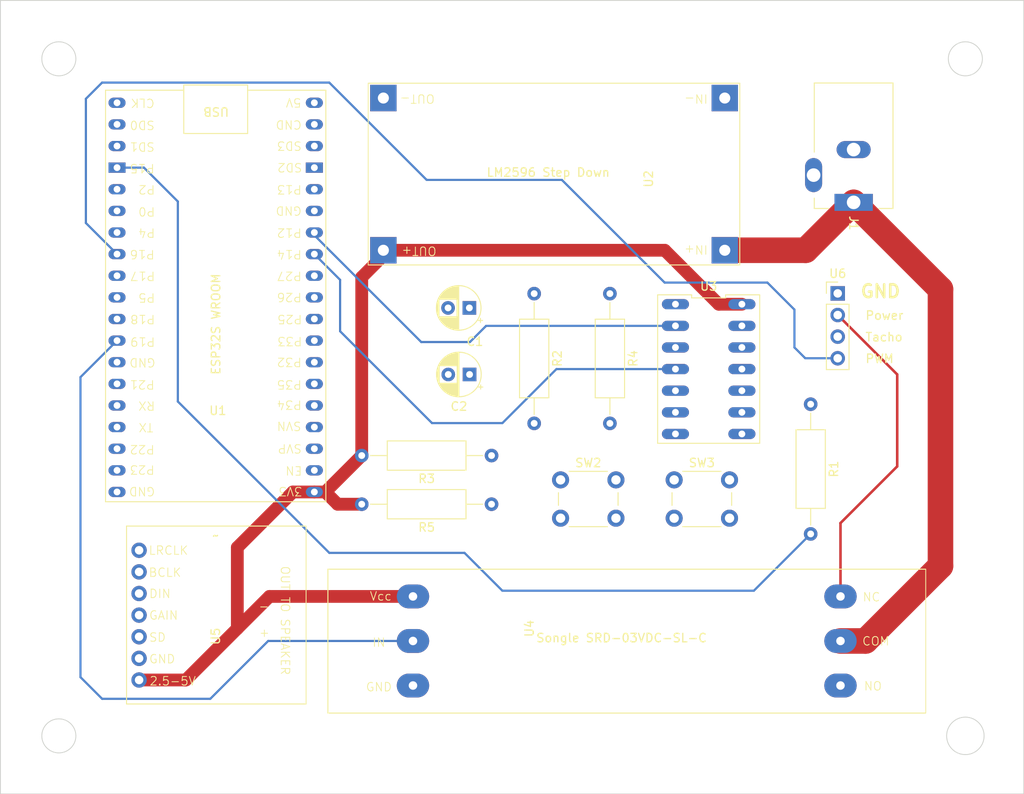
<source format=kicad_pcb>
(kicad_pcb (version 20240108) (generator "pcbnew") (generator_version "8.0")
  (title_block (title "Fan Control Board") (date "2024-04-23") (rev "1") (comment 1 "Jorge Suarez") (comment 2 "Dylan St Laurent"))
  (layers (0 "F.Cu" signal) (1 "In1.Cu" signal) (2 "In2.Cu" signal) (31 "B.Cu" signal) (34 "B.Paste" user) (35 "F.Paste" user) (36 "B.SilkS" user "B.Silkscreen") (37 "F.SilkS" user "F.Silkscreen") (38 "B.Mask" user) (39 "F.Mask" user) (44 "Edge.Cuts" user))
  (net 0 "")
  (net 1 "GNDREF")
  (net 2 "Net-(U3-1A)")
  (net 3 "Net-(U3-2A)")
  (net 5 "Net-(U2-IN_+)")
  (net 6 "Net-(U1-P15)")
  (net 7 "Net-(U6-Tacho)")
  (net 8 "Net-(R2-Pad2)")
  (net 9 "Net-(U1-3V3)")
  (net 10 "Net-(R4-Pad2)")
  (net 13 "Net-(U1-P22)")
  (net 25 "Net-(U1-P19)")
  (net 26 "Net-(U1-P25)")
  (net 28 "Net-(U1-P14)")
  (net 40 "Net-(U1-P26)")
  (net 42 "Net-(U1-P12)")
  (net 45 "Net-(U1-P16)")
  (net 56 "Net-(U4-NC)")
  (footprint "CustomDIP:DIP-SN74HC14N" (layer "F.Cu") (at 155.03 102.235 -90)
    (property "Reference" "U3" (at -9.72 0 0) (layer "F.SilkS"))
    (property "Value" "~")
    (pad "1" thru_hole oval (at -7.62 3.9 270) (size 1.2 3.18) (drill 0.8) (layers "*.Cu" "*.Mask") (net 2 "Net-(U3-1A)"))
    (pad "2" thru_hole oval (at -5.08 3.9 270) (size 1.2 3.18) (drill 0.8) (layers "*.Cu" "*.Mask") (net 42 "Net-(U1-P12)"))
    (pad "3" thru_hole oval (at -2.54 3.9 270) (size 1.2 3.18) (drill 0.8) (layers "*.Cu" "*.Mask") (net 3 "Net-(U3-2A)"))
    (pad "4" thru_hole oval (at 0 3.9 270) (size 1.2 3.18) (drill 0.8) (layers "*.Cu" "*.Mask") (net 28 "Net-(U1-P14)"))
    (pad "5" thru_hole oval (at 2.54 3.9 270) (size 1.2 3.18) (drill 0.8) (layers "*.Cu" "*.Mask"))
    (pad "6" thru_hole oval (at 5.08 3.9 270) (size 1.2 3.18) (drill 0.8) (layers "*.Cu" "*.Mask"))
    (pad "7" thru_hole oval (at 7.62 3.9 270) (size 1.2 3.18) (drill 0.8) (layers "*.Cu" "*.Mask") (net 1 "GNDREF"))
    (pad "8" thru_hole oval (at 7.62 -3.9 270) (size 1.2 3.18) (drill 0.8) (layers "*.Cu" "*.Mask"))
    (pad "9" thru_hole oval (at 5.08 -3.9 270) (size 1.2 3.18) (drill 0.8) (layers "*.Cu" "*.Mask"))
    (pad "10" thru_hole oval (at 2.54 -3.9 270) (size 1.2 3.18) (drill 0.8) (layers "*.Cu" "*.Mask"))
    (pad "11" thru_hole oval (at 0 -3.9 270) (size 1.2 3.18) (drill 0.8) (layers "*.Cu" "*.Mask"))
    (pad "12" thru_hole oval (at -2.54 -3.9 270) (size 1.2 3.18) (drill 0.8) (layers "*.Cu" "*.Mask"))
    (pad "13" thru_hole oval (at -5.08 -3.9 270) (size 1.2 3.18) (drill 0.8) (layers "*.Cu" "*.Mask"))
    (pad "14" thru_hole oval (at -7.62 -3.9 270) (size 1.2 3.18) (drill 0.8) (layers "*.Cu" "*.Mask") (net 9 "Net-(U1-3V3)"))
  )
  (footprint "Resistor_THT:R_Axial_DIN0309_L9.0mm_D3.2mm_P15.24mm_Horizontal" (layer "F.Cu") (at 167.005 106.3625 -90)
    (property "Reference" "R1" (at 7.62 -2.72 90) (layer "F.SilkS"))
    (property "Value" "3.3K")
    (pad "1" thru_hole circle (at 0 0 270) (size 1.6 1.6) (drill 0.8) (layers "*.Cu" "*.Mask") (net 7 "Net-(U6-Tacho)"))
    (pad "2" thru_hole oval (at 15.24 0 270) (size 1.6 1.6) (drill 0.8) (layers "*.Cu" "*.Mask") (net 6 "Net-(U1-P15)"))
  )
  (footprint "Capacitor_THT:CP_Radial_D5.0mm_P2.50mm" (layer "F.Cu") (at 126.935113 95.05 180)
    (property "Reference" "C1" (at -0.655 -3.9532 180) (layer "F.SilkS"))
    (property "Value" "C_Polarized_US")
    (pad "1" thru_hole rect (at 0 0 180) (size 1.6 1.6) (drill 0.8) (layers "*.Cu" "*.Mask") (net 2 "Net-(U3-1A)"))
    (pad "2" thru_hole circle (at 2.5 0 180) (size 1.6 1.6) (drill 0.8) (layers "*.Cu" "*.Mask") (net 1 "GNDREF"))
  )
  (footprint "Button_Switch_THT:SW_PUSH_6mm_H5mm" (layer "F.Cu") (at 150.98 115.2525)
    (property "Reference" "SW3" (at 3.25 -2 0) (layer "F.SilkS"))
    (property "Value" "SW_Push_Dual")
    (pad "1" thru_hole circle (at 0 0 90) (size 2 2) (drill 1.1) (layers "*.Cu" "*.Mask") (net 10 "Net-(R4-Pad2)"))
    (pad "2" thru_hole circle (at 6.5 0 90) (size 2 2) (drill 1.1) (layers "*.Cu" "*.Mask"))
    (pad "3" thru_hole circle (at 0 4.5 90) (size 2 2) (drill 1.1) (layers "*.Cu" "*.Mask"))
    (pad "4" thru_hole circle (at 6.5 4.5 90) (size 2 2) (drill 1.1) (layers "*.Cu" "*.Mask") (net 1 "GNDREF"))
  )
  (footprint "CustomConnector:BarrelJack_Kycon_KLDX-0202-xC_Horizontal (BreadBoard)" (layer "F.Cu") (at 172.05 82.65 -90)
    (property "Reference" "J1" (at 2.44 0 -90) (layer "F.SilkS"))
    (property "Value" "Barrel_Jack_Switch")
    (pad "1" thru_hole rect (at 0 0 270) (size 2 4.5) (drill oval 1.6) (layers "*.Cu" "*.Mask") (net 5 "Net-(U2-IN_+)"))
    (pad "2" thru_hole oval (at -6.2 0 270) (size 2 4) (drill oval 1.6) (layers "*.Cu" "*.Mask") (net 1 "GNDREF"))
    (pad "3" thru_hole oval (at -3.2 4.7) (size 2 4) (drill oval 1.6) (layers "*.Cu" "*.Mask"))
  )
  (footprint "Connector_PinHeader_2.54mm:PinHeader_1x04_P2.54mm_Vertical" (layer "F.Cu") (at 170.18 93.345)
    (property "Reference" "U6" (at 0 -2.33 0) (layer "F.SilkS"))
    (property "Value" "~")
    (pad "1" thru_hole rect (at 0 0) (size 1.7 1.7) (drill 1) (layers "*.Cu" "*.Mask") (net 1 "GNDREF"))
    (pad "2" thru_hole oval (at 0 2.54) (size 1.7 1.7) (drill 1) (layers "*.Cu" "*.Mask") (net 56 "Net-(U4-NC)"))
    (pad "3" thru_hole oval (at 0 5.08) (size 1.7 1.7) (drill 1) (layers "*.Cu" "*.Mask") (net 7 "Net-(U6-Tacho)"))
    (pad "4" thru_hole oval (at 0 7.62) (size 1.7 1.7) (drill 1) (layers "*.Cu" "*.Mask") (net 45 "Net-(U1-P16)"))
  )
  (footprint "Resistor_THT:R_Axial_DIN0309_L9.0mm_D3.2mm_P15.24mm_Horizontal" (layer "F.Cu") (at 143.435 93.3725 -90)
    (property "Reference" "R4" (at 7.62 -2.72 90) (layer "F.SilkS"))
    (property "Value" "R_US")
    (pad "1" thru_hole circle (at 0 0 270) (size 1.6 1.6) (drill 0.8) (layers "*.Cu" "*.Mask") (net 3 "Net-(U3-2A)"))
    (pad "2" thru_hole oval (at 15.24 0 270) (size 1.6 1.6) (drill 0.8) (layers "*.Cu" "*.Mask") (net 10 "Net-(R4-Pad2)"))
  )
  (footprint "Songle:Songle Relay Module" (layer "F.Cu") (at 125.9542 122.3407)
    (property "Reference" "U4" (at 8.0264 10.3632 90) (layer "F.SilkS"))
    (property "Value" "Songle SRD-03VDC-SL-C" (at 18.8468 11.4808 0) (layer "F.SilkS"))
    (fp_text user "NO" (at 47.244 17.7292 0) (layer "F.SilkS") (effects (font (thickness 0.1)) (justify left bottom)))
    (fp_text user "COM" (at 47.0408 12.446 0) (layer "F.SilkS") (effects (font (thickness 0.1)) (justify left bottom)))
    (fp_text user "IN" (at -10.4648 12.5984 0) (layer "F.SilkS") (effects (font (thickness 0.1)) (justify left bottom)))
    (fp_text user "NC" (at 47.0916 7.2644 0) (layer "F.SilkS") (effects (font (thickness 0.1)) (justify left bottom)))
    (fp_text user "Vcc" (at -10.7696 7.1628 0) (layer "F.SilkS") (effects (font (thickness 0.1)) (justify left bottom)))
    (fp_text user "GND" (at -11.2268 17.8308 0) (layer "F.SilkS") (effects (font (thickness 0.1)) (justify left bottom)))
    (pad "1" thru_hole oval (at -5.6388 6.604) (size 3.8 2.8) (drill 1) (layers "*.Cu" "*.Mask") (net 9 "Net-(U1-3V3)"))
    (pad "2" thru_hole oval (at -5.6388 11.8364) (size 3.8 2.8) (drill 1) (layers "*.Cu" "*.Mask") (net 25 "Net-(U1-P19)"))
    (pad "3" thru_hole oval (at -5.6388 17.0688) (size 3.8 2.8) (drill 1) (layers "*.Cu" "*.Mask") (net 1 "GNDREF"))
    (pad "4" thru_hole oval (at 44.5516 6.604) (size 3.8 2.8) (drill 1) (layers "*.Cu" "*.Mask") (net 56 "Net-(U4-NC)"))
    (pad "5" thru_hole oval (at 44.5516 11.8364) (size 3.8 2.8) (drill 1) (layers "*.Cu" "*.Mask") (net 5 "Net-(U2-IN_+)"))
    (pad "6" thru_hole oval (at 44.5516 17.0688) (size 3.8 2.8) (drill 1) (layers "*.Cu" "*.Mask"))
  )
  (footprint "Resistor_THT:R_Axial_DIN0309_L9.0mm_D3.2mm_P15.24mm_Horizontal" (layer "F.Cu") (at 134.545 93.3725 -90)
    (property "Reference" "R2" (at 7.62 -2.72 90) (layer "F.SilkS"))
    (property "Value" "R_US")
    (pad "1" thru_hole circle (at 0 0 270) (size 1.6 1.6) (drill 0.8) (layers "*.Cu" "*.Mask") (net 2 "Net-(U3-1A)"))
    (pad "2" thru_hole oval (at 15.24 0 270) (size 1.6 1.6) (drill 0.8) (layers "*.Cu" "*.Mask") (net 8 "Net-(R2-Pad2)"))
  )
  (footprint "Capacitor_THT:CP_Radial_D5.0mm_P2.50mm" (layer "F.Cu") (at 126.96 102.87 180)
    (property "Reference" "C2" (at 1.25 -3.75 180) (layer "F.SilkS"))
    (property "Value" "C_Polarized_US")
    (pad "1" thru_hole rect (at 0 0 180) (size 1.6 1.6) (drill 0.8) (layers "*.Cu" "*.Mask") (net 3 "Net-(U3-2A)"))
    (pad "2" thru_hole circle (at 2.5 0 180) (size 1.6 1.6) (drill 0.8) (layers "*.Cu" "*.Mask") (net 1 "GNDREF"))
  )
  (footprint "Resistor_THT:R_Axial_DIN0309_L9.0mm_D3.2mm_P15.24mm_Horizontal" (layer "F.Cu") (at 129.54 112.395 180)
    (property "Reference" "R3" (at 7.62 -2.72 180) (layer "F.SilkS"))
    (property "Value" "R_US")
    (pad "1" thru_hole circle (at 0 0 180) (size 1.6 1.6) (drill 0.8) (layers "*.Cu" "*.Mask") (net 8 "Net-(R2-Pad2)"))
    (pad "2" thru_hole oval (at 15.24 0 180) (size 1.6 1.6) (drill 0.8) (layers "*.Cu" "*.Mask") (net 9 "Net-(U1-3V3)"))
  )
  (footprint "Valefod:LM2596 Step Down" (layer "F.Cu") (at 137.16 79.4893 180)
    (property "Reference" "U2" (at -10.8204 -0.4064 -90) (layer "F.SilkS"))
    (property "Value" "LM2596 Step Down" (at 0.9652 0.3556 180) (layer "F.SilkS"))
    (fp_text user "IN-" (at -17.8308 9.6012 180) (layer "F.SilkS") (effects (font (thickness 0.1)) (justify left bottom)))
    (fp_text user "IN+" (at -17.8308 -8.128 180) (layer "F.SilkS") (effects (font (thickness 0.1)) (justify left bottom)))
    (fp_text user "OUT-" (at 14.224 9.6012 180) (layer "F.SilkS") (effects (font (thickness 0.1)) (justify left bottom)))
    (fp_text user "OUT+" (at 14.0208 -8.2804 180) (layer "F.SilkS") (effects (font (thickness 0.1)) (justify left bottom)))
    (pad "1" thru_hole rect (at -19.7612 -8.7884 180) (size 3.1 3.1) (drill 1.3) (layers "*.Cu" "*.Mask") (net 5 "Net-(U2-IN_+)"))
    (pad "2" thru_hole rect (at -19.7612 9.0932 180) (size 3.1 3.1) (drill 1.3) (layers "*.Cu" "*.Mask") (net 1 "GNDREF"))
    (pad "3" thru_hole rect (at 20.32 -8.7884 180) (size 3.1 3.1) (drill 1.3) (layers "*.Cu" "*.Mask") (net 9 "Net-(U1-3V3)"))
    (pad "4" thru_hole rect (at 20.32 9.0932 180) (size 3.1 3.1) (drill 1.3) (layers "*.Cu" "*.Mask") (net 1 "GNDREF"))
  )
  (footprint "Espressif_EXT:ESP-WROOM-32" (layer "F.Cu") (at 108.585 107.1212 180)
    (property "Reference" "U1" (at 11.176 0 180) (layer "F.SilkS"))
    (property "Value" "ESP32S WROOM" (at 11.4 10.16 -90) (layer "F.SilkS"))
    (fp_text user "P13" (at 1.27 26.5684 180) (layer "F.SilkS") (effects (font (thickness 0.1)) (justify left bottom)))
    (fp_text user "P17" (at 18.4912 16.4084 180) (layer "F.SilkS") (effects (font (thickness 0.1)) (justify left bottom)))
    (fp_text user "P18" (at 18.4912 11.3284 180) (layer "F.SilkS") (effects (font (thickness 0.1)) (justify left bottom)))
    (fp_text user "SVN" (at 1.3208 -1.2192 180) (layer "F.SilkS") (effects (font (thickness 0.1)) (justify left bottom)))
    (fp_text user "P34" (at 1.27 1.27 180) (layer "F.SilkS") (effects (font (thickness 0.1)) (justify left bottom)))
    (fp_text user "CND" (at 1.27 34.1884 180) (layer "F.SilkS") (effects (font (thickness 0.1)) (justify left bottom)))
    (fp_text user "P32" (at 1.27 6.2992 180) (layer "F.SilkS") (effects (font (thickness 0.1)) (justify left bottom)))
    (fp_text user "P2" (at 18.4912 26.5684 180) (layer "F.SilkS") (effects (font (thickness 0.1)) (justify left bottom)))
    (fp_text user "GND" (at 18.4404 6.2484 180) (layer "F.SilkS") (effects (font (thickness 0.1)) (justify left bottom)))
    (fp_text user "P23" (at 18.542 -6.35 180) (layer "F.SilkS") (effects (font (thickness 0.1)) (justify left bottom)))
    (fp_text user "P14" (at 1.27 18.9484 180) (layer "F.SilkS") (effects (font (thickness 0.1)) (justify left bottom)))
    (fp_text user "RX" (at 18.4912 1.1684 180) (layer "F.SilkS") (effects (font (thickness 0.1)) (justify left bottom)))
    (fp_text user "SD1" (at 18.542 31.5976 180) (layer "F.SilkS") (effects (font (thickness 0.1)) (justify left bottom)))
    (fp_text user "P19" (at 18.4912 8.6868 180) (layer "F.SilkS") (effects (font (thickness 0.1)) (justify left bottom)))
    (fp_text user "P16" (at 18.542 18.9484 180) (layer "F.SilkS") (effects (font (thickness 0.1)) (justify left bottom)))
    (fp_text user "SD2" (at 1.2192 29.1592 180) (layer "F.SilkS") (effects (font (thickness 0.1)) (justify left bottom)))
    (fp_text user "3V3" (at 1.2192 -8.89 180) (layer "F.SilkS") (effects (font (thickness 0.1)) (justify left bottom)))
    (fp_text user "P5" (at 18.4912 13.8684 180) (layer "F.SilkS") (effects (font (thickness 0.1)) (justify left bottom)))
    (fp_text user "USB" (at 11.3792 35.7124 180) (layer "F.SilkS") (effects (justify bottom)))
    (fp_text user "P12" (at 1.27 21.4884 180) (layer "F.SilkS") (effects (font (thickness 0.1)) (justify left bottom)))
    (fp_text user "SD3" (at 1.27 31.6992 180) (layer "F.SilkS") (effects (font (thickness 0.1)) (justify left bottom)))
    (fp_text user "P26" (at 1.27 13.9192 180) (layer "F.SilkS") (effects (font (thickness 0.1)) (justify left bottom)))
    (fp_text user "5V" (at 1.3208 36.7792 180) (layer "F.SilkS") (effects (font (thickness 0.1)) (justify left bottom)))
    (fp_text user "GND" (at 1.27 24.0792 180) (layer "F.SilkS") (effects (font (thickness 0.1)) (justify left bottom)))
    (fp_text user "P15" (at 18.542 29.0576 180) (layer "F.SilkS") (effects (font (thickness 0.1)) (justify left bottom)))
    (fp_text user "P25" (at 1.2192 11.3284 180) (layer "F.SilkS") (effects (font (thickness 0.1)) (justify left bottom)))
    (fp_text user "P33" (at 1.2192 8.7376 180) (layer "F.SilkS") (effects (font (thickness 0.1)) (justify left bottom)))
    (fp_text user "P22" (at 18.542 -3.9624 180) (layer "F.SilkS") (effects (font (thickness 0.1)) (justify left bottom)))
    (fp_text user "SD0" (at 18.542 34.1376 180) (layer "F.SilkS") (effects (font (thickness 0.1)) (justify left bottom)))
    (fp_text user "P21" (at 18.542 3.6576 180) (layer "F.SilkS") (effects (font (thickness 0.1)) (justify left bottom)))
    (fp_text user "TX" (at 18.6944 -1.3716 180) (layer "F.SilkS") (effects (font (thickness 0.1)) (justify left bottom)))
    (fp_text user "P27" (at 1.27 16.4084 180) (layer "F.SilkS") (effects (font (thickness 0.1)) (justify left bottom)))
    (fp_text user "EN" (at 1.2192 -6.4516 180) (layer "F.SilkS") (effects (font (thickness 0.1)) (justify left bottom)))
    (fp_text user "SVP" (at 1.27 -3.8608 180) (layer "F.SilkS") (effects (font (thickness 0.1)) (justify left bottom)))
    (fp_text user "P35" (at 1.27 3.6576 180) (layer "F.SilkS") (effects (font (thickness 0.1)) (justify left bottom)))
    (fp_text user "P0" (at 18.4912 23.9776 180) (layer "F.SilkS") (effects (font (thickness 0.1)) (justify left bottom)))
    (fp_text user "CLK" (at 18.542 36.7284 180) (layer "F.SilkS") (effects (font (thickness 0.1)) (justify left bottom)))
    (fp_text user "GND" (at 18.4912 -8.89 180) (layer "F.SilkS") (effects (font (thickness 0.1)) (justify left bottom)))
    (fp_text user "P4" (at 18.4912 21.4884 180) (layer "F.SilkS") (effects (font (thickness 0.1)) (justify left bottom)))
    (pad "1" thru_hole oval (at -0.1524 -9.5504 90) (size 1.2 2) (drill 0.8) (layers "*.Cu" "*.Mask" "B.Paste") (net 9 "Net-(U1-3V3)"))
    (pad "2" thru_hole oval (at -0.1524 -7.0104 90) (size 1.2 2) (drill 0.8) (layers "*.Cu" "*.Mask"))
    (pad "3" thru_hole oval (at -0.1524 -4.4704 90) (size 1.2 2) (drill 0.8) (layers "*.Cu" "*.Mask" "B.Paste"))
    (pad "4" thru_hole oval (at -0.1524 -1.9304 90) (size 1.2 2) (drill 0.8) (layers "*.Cu" "*.Mask"))
    (pad "5" thru_hole oval (at -0.1524 0.6096 90) (size 1.2 2) (drill 0.8) (layers "*.Cu" "*.Mask" "B.Paste"))
    (pad "6" thru_hole oval (at -0.1524 3.1496 90) (size 1.2 2) (drill 0.8) (layers "*.Cu" "*.Mask"))
    (pad "7" thru_hole oval (at -0.1524 5.6896 90) (size 1.2 2) (drill 0.8) (layers "*.Cu" "*.Mask" "B.Paste"))
    (pad "8" thru_hole oval (at -0.1524 8.2296 90) (size 1.2 2) (drill 0.8) (layers "*.Cu" "*.Mask"))
    (pad "9" thru_hole oval (at -0.1524 10.7696 90) (size 1.2 2) (drill 0.8) (layers "*.Cu" "*.Mask" "B.Paste") (net 26 "Net-(U1-P25)"))
    (pad "10" thru_hole oval (at -0.1524 13.3096 90) (size 1.2 2) (drill 0.8) (layers "*.Cu" "*.Mask") (net 40 "Net-(U1-P26)"))
    (pad "11" thru_hole oval (at -0.1524 15.8496 90) (size 1.2 2) (drill 0.8) (layers "*.Cu" "*.Mask" "B.Paste"))
    (pad "12" thru_hole oval (at -0.1524 18.3896 90) (size 1.2 2) (drill 0.8) (layers "*.Cu" "*.Mask") (net 28 "Net-(U1-P14)"))
    (pad "13" thru_hole oval (at -0.1524 20.9296 90) (size 1.2 2) (drill 0.8) (layers "*.Cu" "*.Mask" "B.Paste") (net 42 "Net-(U1-P12)"))
    (pad "14" thru_hole oval (at -0.1524 23.4696 90) (size 1.2 2) (drill 0.8) (layers "*.Cu" "*.Mask") (net 1 "GNDREF"))
    (pad "15" thru_hole oval (at -0.1524 26.0096 90) (size 1.2 2) (drill 0.8) (layers "*.Cu" "*.Mask" "B.Paste"))
    (pad "16" thru_hole rect (at -0.1524 28.5496 90) (size 1.2 2) (drill 0.8) (layers "*.Cu" "*.Mask"))
    (pad "17" thru_hole oval (at -0.1524 31.0896 90) (size 1.2 2) (drill 0.8) (layers "*.Cu" "*.Mask"))
    (pad "18" thru_hole oval (at -0.1524 33.6296 90) (size 1.2 2) (drill 0.8) (layers "*.Cu" "*.Mask" "B.Paste"))
    (pad "19" thru_hole oval (at -0.1524 36.1696 90) (size 1.2 2) (drill 0.8) (layers "*.Cu" "*.Mask"))
    (pad "20" thru_hole oval (at 23.0124 -9.5504 90) (size 1.2 2) (drill 0.8) (layers "*.Cu" "*.Mask" "B.Paste") (net 1 "GNDREF"))
    (pad "21" thru_hole oval (at 23.0124 -7.0104 90) (size 1.2 2) (drill 0.8) (layers "*.Cu" "*.Mask"))
    (pad "22" thru_hole oval (at 23.0124 -4.4704 90) (size 1.2 2) (drill 0.8) (layers "*.Cu" "*.Mask" "B.Paste") (net 13 "Net-(U1-P22)"))
    (pad "23" thru_hole oval (at 23.0124 -1.9304 90) (size 1.2 2) (drill 0.8) (layers "*.Cu" "*.Mask"))
    (pad "24" thru_hole oval (at 23.0124 0.6096 90) (size 1.2 2) (drill 0.8) (layers "*.Cu" "*.Mask" "B.Paste"))
    (pad "25" thru_hole oval (at 23.0124 3.1496 90) (size 1.2 2) (drill 0.8) (layers "*.Cu" "*.Mask"))
    (pad "26" thru_hole oval (at 23.0124 5.6896 90) (size 1.2 2) (drill 0.8) (layers "*.Cu" "*.Mask" "B.Paste"))
    (pad "27" thru_hole oval (at 23.0124 8.2296 90) (size 1.2 2) (drill 0.8) (layers "*.Cu" "*.Mask") (net 25 "Net-(U1-P19)"))
    (pad "28" thru_hole oval (at 23.0124 10.7696 90) (size 1.2 2) (drill 0.8) (layers "*.Cu" "*.Mask" "B.Paste"))
    (pad "29" thru_hole oval (at 23.0124 13.3096 90) (size 1.2 2) (drill 0.8) (layers "*.Cu" "*.Mask"))
    (pad "30" thru_hole oval (at 23.0124 15.8496 90) (size 1.2 2) (drill 0.8) (layers "*.Cu" "*.Mask" "B.Paste"))
    (pad "31" thru_hole oval (at 23.0124 18.3896 90) (size 1.2 2) (drill 0.8) (layers "*.Cu" "*.Mask") (net 45 "Net-(U1-P16)"))
    (pad "32" thru_hole oval (at 23.0124 20.9296 90) (size 1.2 2) (drill 0.8) (layers "*.Cu" "*.Mask" "B.Paste"))
    (pad "33" thru_hole oval (at 23.0124 23.4696 90) (size 1.2 2) (drill 0.8) (layers "*.Cu" "*.Mask"))
    (pad "34" thru_hole oval (at 23.0124 26.0096 90) (size 1.2 2) (drill 0.8) (layers "*.Cu" "*.Mask" "B.Paste"))
    (pad "35" thru_hole rect (at 23.0124 28.5496 90) (size 1.2 2) (drill 0.8) (layers "*.Cu" "*.Mask") (net 6 "Net-(U1-P15)"))
    (pad "36" thru_hole oval (at 23.0124 31.0896 90) (size 1.2 2) (drill 0.8) (layers "*.Cu" "*.Mask"))
    (pad "37" thru_hole oval (at 23.0124 33.6296 90) (size 1.2 2) (drill 0.8) (layers "*.Cu" "*.Mask" "B.Paste"))
    (pad "38" thru_hole oval (at 23.0124 36.1696 90) (size 1.2 2) (drill 0.8) (layers "*.Cu" "*.Mask"))
  )
  (footprint "Resistor_THT:R_Axial_DIN0309_L9.0mm_D3.2mm_P15.24mm_Horizontal" (layer "F.Cu") (at 129.54 118.11 180)
    (property "Reference" "R5" (at 7.62 -2.72 180) (layer "F.SilkS"))
    (property "Value" "R_US")
    (pad "1" thru_hole circle (at 0 0 180) (size 1.6 1.6) (drill 0.8) (layers "*.Cu" "*.Mask") (net 10 "Net-(R4-Pad2)"))
    (pad "2" thru_hole oval (at 15.24 0 180) (size 1.6 1.6) (drill 0.8) (layers "*.Cu" "*.Mask") (net 9 "Net-(U1-3V3)"))
  )
  (footprint "MAXAUDIO:MAX98357A Board" (layer "F.Cu") (at 97.155 129.2611)
    (property "Reference" "U5" (at -0.0032 4.3688 90) (layer "F.SilkS"))
    (property "Value" "~" (at 0 -7.4676 0) (layer "F.SilkS"))
    (fp_text user "GND" (at -7.874 7.62 0) (layer "F.SilkS") (effects (font (thickness 0.1)) (justify left bottom)))
    (fp_text user "SD" (at -7.874 5.08 0) (layer "F.SilkS") (effects (font (thickness 0.1)) (justify left bottom)))
    (fp_text user "GAIN" (at -7.874 2.4892 0) (layer "F.SilkS") (effects (font (thickness 0.1)) (justify left bottom)))
    (fp_text user "-" (at 4.9784 1.4224 0) (layer "F.SilkS") (effects (font (thickness 0.1)) (justify left bottom)))
    (fp_text user "+" (at 5.0292 4.5212 0) (layer "F.SilkS") (effects (font (thickness 0.1)) (justify left bottom)))
    (fp_text user "OUT TO SPEAKER" (at 7.5692 -3.9624 -90) (layer "F.SilkS") (effects (font (thickness 0.1)) (justify left bottom)))
    (fp_text user "LRCLK" (at -7.9248 -5.1308 0) (layer "F.SilkS") (effects (font (thickness 0.1)) (justify left bottom)))
    (fp_text user "DIN" (at -7.874 -0.0508 0) (layer "F.SilkS") (effects (font (thickness 0.1)) (justify left bottom)))
    (fp_text user "2.5-5V" (at -7.8232 10.2108 0) (layer "F.SilkS") (effects (font (thickness 0.1)) (justify left bottom)))
    (fp_text user "BCLK" (at -7.9248 -2.54 0) (layer "F.SilkS") (effects (font (thickness 0.1)) (justify left bottom)))
    (pad "1" thru_hole circle (at -8.9948 -5.7404) (size 1.8 1.8) (drill 1) (layers "*.Cu" "*.Mask") (net 26 "Net-(U1-P25)"))
    (pad "2" thru_hole circle (at -8.9948 -3.2004) (size 1.8 1.8) (drill 1) (layers "*.Cu" "*.Mask") (net 40 "Net-(U1-P26)"))
    (pad "3" thru_hole circle (at -8.9948 -0.6604) (size 1.8 1.8) (drill 1) (layers "*.Cu" "*.Mask") (net 13 "Net-(U1-P22)"))
    (pad "4" thru_hole circle (at -8.9948 1.8796) (size 1.8 1.8) (drill 1) (layers "*.Cu" "*.Mask") (net 1 "GNDREF"))
    (pad "5" thru_hole circle (at -8.9948 4.4196) (size 1.8 1.8) (drill 1) (layers "*.Cu" "*.Mask"))
    (pad "6" thru_hole circle (at -8.9948 6.9596) (size 1.8 1.8) (drill 1) (layers "*.Cu" "*.Mask") (net 1 "GNDREF"))
    (pad "7" thru_hole circle (at -8.9948 9.4996) (size 1.8 1.8) (drill 1) (layers "*.Cu" "*.Mask") (net 9 "Net-(U1-3V3)"))
  )
  (footprint "Button_Switch_THT:SW_PUSH_6mm_H5mm" (layer "F.Cu") (at 137.645 115.2525)
    (property "Reference" "SW2" (at 3.25 -2 0) (layer "F.SilkS"))
    (property "Value" "SW_Push_Dual")
    (pad "1" thru_hole circle (at 0 0 90) (size 2 2) (drill 1.1) (layers "*.Cu" "*.Mask") (net 8 "Net-(R2-Pad2)"))
    (pad "2" thru_hole circle (at 6.5 0 90) (size 2 2) (drill 1.1) (layers "*.Cu" "*.Mask"))
    (pad "3" thru_hole circle (at 0 4.5 90) (size 2 2) (drill 1.1) (layers "*.Cu" "*.Mask"))
    (pad "4" thru_hole circle (at 6.5 4.5 90) (size 2 2) (drill 1.1) (layers "*.Cu" "*.Mask") (net 1 "GNDREF"))
  )
  (gr_rect (start 71.882 58.928) (end 192.024 152.146) (stroke (width 0.1)) (fill none) (layer "Edge.Cuts"))
  (gr_circle (center 78.74 145.324) (end 80.74 145.324) (stroke (width 0.1)) (fill none) (layer "Edge.Cuts"))
  (gr_circle (center 185.166 65.786) (end 187.166 65.786) (stroke (width 0.1)) (fill none) (layer "Edge.Cuts"))
  (gr_circle (center 78.74 65.786) (end 80.74 65.786) (stroke (width 0.1)) (fill none) (layer "Edge.Cuts"))
  (gr_circle (center 185.166 145.324) (end 187.366 145.324) (stroke (width 0.1)) (fill none) (layer "Edge.Cuts"))
  (gr_text "GND" (at 172.72 93.98 0) (layer "F.SilkS") (effects (font (size 1.5 1.5) (thickness 0.3) (bold yes)) (justify left bottom)))
  (gr_text "PWM" (at 173.355 101.6 0) (layer "F.SilkS") (effects (font (size 1 1)) (justify left bottom)))
  (gr_text "Tacho" (at 173.355 99.06 0) (layer "F.SilkS") (effects (font (size 1 1)) (justify left bottom)))
  (gr_text "Power" (at 173.355 96.52 0) (layer "F.SilkS") (effects (font (size 1 1)) (justify left bottom)))
  (segment (start 173.445318 134.1771) (end 170.5058 134.1771) (width 3) (layer "F.Cu") (net 5))
  (segment (start 172.05 82.65) (end 166.4223 88.2777) (width 3) (layer "F.Cu") (net 5))
  (segment (start 182.245 125.377418) (end 173.445318 134.1771) (width 3) (layer "F.Cu") (net 5))
  (segment (start 182.245 92.845) (end 172.05 82.65) (width 3) (layer "F.Cu") (net 5))
  (segment (start 182.245 125.377418) (end 182.245 92.845) (width 3) (layer "F.Cu") (net 5))
  (segment (start 166.4223 88.2777) (end 156.9212 88.2777) (width 3) (layer "F.Cu") (net 5))
  (segment (start 130.81 128.27) (end 126.365 123.825) (width 0.254) (layer "B.Cu") (net 6))
  (segment (start 88.7316 78.5716) (end 85.5726 78.5716) (width 0.254) (layer "B.Cu") (net 6))
  (segment (start 92.71 106.045) (end 92.71 82.55) (width 0.254) (layer "B.Cu") (net 6))
  (segment (start 126.365 123.825) (end 110.49 123.825) (width 0.254) (layer "B.Cu") (net 6))
  (segment (start 110.49 123.825) (end 92.71 106.045) (width 0.254) (layer "B.Cu") (net 6))
  (segment (start 160.3375 128.27) (end 130.81 128.27) (width 0.254) (layer "B.Cu") (net 6))
  (segment (start 167.005 121.6025) (end 160.3375 128.27) (width 0.254) (layer "B.Cu") (net 6))
  (segment (start 92.71 82.55) (end 88.7316 78.5716) (width 0.254) (layer "B.Cu") (net 6))
  (segment (start 110.0234 116.6716) (end 111.4618 118.11) (width 1.5) (layer "F.Cu") (net 9))
  (segment (start 116.84 88.2777) (end 149.8727 88.2777) (width 1.5) (layer "F.Cu") (net 9))
  (segment (start 149.8727 88.2777) (end 156.21 94.615) (width 1.5) (layer "F.Cu") (net 9))
  (segment (start 99.695 123.19) (end 99.695 132.715) (width 1.5) (layer "F.Cu") (net 9))
  (segment (start 116.84 88.9) (end 116.84 88.2777) (width 1.5) (layer "F.Cu") (net 9))
  (segment (start 103.4653 128.9447) (end 120.3154 128.9447) (width 1.5) (layer "F.Cu") (net 9))
  (segment (start 156.21 94.615) (end 158.93 94.615) (width 1.5) (layer "F.Cu") (net 9))
  (segment (start 111.4618 118.11) (end 114.3 118.11) (width 1.5) (layer "F.Cu") (net 9))
  (segment (start 108.7374 116.6716) (end 106.2134 116.6716) (width 1.5) (layer "F.Cu") (net 9))
  (segment (start 114.3 91.44) (end 116.84 88.9) (width 1.5) (layer "F.Cu") (net 9))
  (segment (start 114.3 112.395) (end 114.3 91.44) (width 1.5) (layer "F.Cu") (net 9))
  (segment (start 114.3 112.395) (end 110.0234 116.6716) (width 1.5) (layer "F.Cu") (net 9))
  (segment (start 93.6493 138.7607) (end 88.1602 138.7607) (width 1.5) (layer "F.Cu") (net 9))
  (segment (start 106.2134 116.6716) (end 99.695 123.19) (width 1.5) (layer "F.Cu") (net 9))
  (segment (start 99.695 132.715) (end 93.6493 138.7607) (width 1.5) (layer "F.Cu") (net 9))
  (segment (start 110.0234 116.6716) (end 108.7374 116.6716) (width 1.5) (layer "F.Cu") (net 9))
  (segment (start 99.695 132.715) (end 103.4653 128.9447) (width 1.5) (layer "F.Cu") (net 9))
  (segment (start 120.3154 134.1771) (end 103.3129 134.1771) (width 0.254) (layer "B.Cu") (net 25))
  (segment (start 81.28 138.43) (end 81.28 103.1842) (width 0.254) (layer "B.Cu") (net 25))
  (segment (start 103.3129 134.1771) (end 96.52 140.97) (width 0.254) (layer "B.Cu") (net 25))
  (segment (start 96.52 140.97) (end 83.82 140.97) (width 0.254) (layer "B.Cu") (net 25))
  (segment (start 83.82 140.97) (end 81.28 138.43) (width 0.254) (layer "B.Cu") (net 25))
  (segment (start 81.28 103.1842) (end 85.5726 98.8916) (width 0.254) (layer "B.Cu") (net 25))
  (segment (start 111.76 97.79) (end 111.76 91.7542) (width 0.254) (layer "B.Cu") (net 28))
  (segment (start 151.13 102.235) (end 137.16 102.235) (width 0.254) (layer "B.Cu") (net 28))
  (segment (start 122.555 108.585) (end 111.76 97.79) (width 0.254) (layer "B.Cu") (net 28))
  (segment (start 130.81 108.585) (end 122.555 108.585) (width 0.254) (layer "B.Cu") (net 28))
  (segment (start 137.16 102.235) (end 130.81 108.585) (width 0.254) (layer "B.Cu") (net 28))
  (segment (start 111.76 91.7542) (end 108.7374 88.7316) (width 0.254) (layer "B.Cu") (net 28))
  (segment (start 128.905 97.155) (end 127 99.06) (width 0.254) (layer "B.Cu") (net 42))
  (segment (start 121.285 99.06) (end 108.7374 86.5124) (width 0.254) (layer "B.Cu") (net 42))
  (segment (start 108.7374 86.5124) (end 108.7374 86.1916) (width 0.254) (layer "B.Cu") (net 42))
  (segment (start 151.13 97.155) (end 128.905 97.155) (width 0.254) (layer "B.Cu") (net 42))
  (segment (start 127 99.06) (end 121.285 99.06) (width 0.254) (layer "B.Cu") (net 42))
  (segment (start 121.92 80.01) (end 137.795 80.01) (width 0.254) (layer "B.Cu") (net 45))
  (segment (start 110.49 68.58) (end 121.92 80.01) (width 0.254) (layer "B.Cu") (net 45))
  (segment (start 81.915 70.485) (end 83.82 68.58) (width 0.254) (layer "B.Cu") (net 45))
  (segment (start 165.1 99.695) (end 166.37 100.965) (width 0.254) (layer "B.Cu") (net 45))
  (segment (start 166.37 100.965) (end 170.18 100.965) (width 0.254) (layer "B.Cu") (net 45))
  (segment (start 149.86 92.075) (end 161.925 92.075) (width 0.254) (layer "B.Cu") (net 45))
  (segment (start 165.1 95.25) (end 165.1 99.695) (width 0.254) (layer "B.Cu") (net 45))
  (segment (start 161.925 92.075) (end 165.1 95.25) (width 0.254) (layer "B.Cu") (net 45))
  (segment (start 85.5726 88.7316) (end 81.915 85.074) (width 0.254) (layer "B.Cu") (net 45))
  (segment (start 81.915 85.074) (end 81.915 70.485) (width 0.254) (layer "B.Cu") (net 45))
  (segment (start 83.82 68.58) (end 110.49 68.58) (width 0.254) (layer "B.Cu") (net 45))
  (segment (start 137.795 80.01) (end 149.86 92.075) (width 0.254) (layer "B.Cu") (net 45))
  (segment (start 177.165 113.665) (end 177.165 102.87) (width 0.3) (layer "F.Cu") (net 56))
  (segment (start 177.165 102.87) (end 170.18 95.885) (width 0.3) (layer "F.Cu") (net 56))
  (segment (start 170.5058 128.9447) (end 170.5058 120.3242) (width 0.3) (layer "F.Cu") (net 56))
  (segment (start 170.5058 120.3242) (end 177.165 113.665) (width 0.3) (layer "F.Cu") (net 56))
)
</source>
